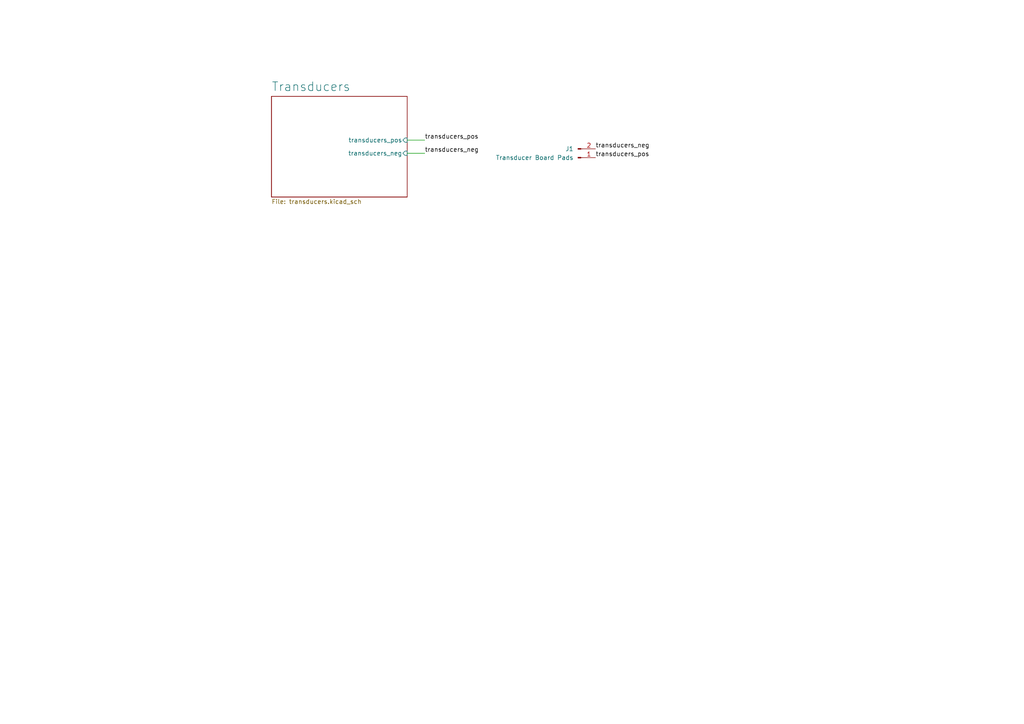
<source format=kicad_sch>
(kicad_sch (version 20231120) (generator "eeschema") (generator_version "8.0")
  (paper "A4")
  (lib_symbols
    (symbol "Connector:Conn_01x02_Pin" (pin_names (offset 1.016) hide)
      (property "Reference" "J" (at 0 2.54 0))
      (property "Value" "Conn_01x02_Pin" (at 0 -5.08 0))
      (symbol "Conn_01x02_Pin_1_1"
        (polyline (pts (xy 1.27 -2.54) (xy 0.8636 -2.54)) (stroke (width 0.1524)))
        (polyline (pts (xy 1.27 0) (xy 0.8636 0)) (stroke (width 0.1524)))
        (rectangle (start 0.8636 -2.413) (end 0 -2.667) (stroke (width 0.1524)) (fill (type outline)))
        (rectangle (start 0.8636 0.127) (end 0 -0.127) (stroke (width 0.1524)) (fill (type outline)))
        (pin passive line (at 5.08 0 180) (length 3.81) (name "Pin_1") (number "1"))
        (pin passive line (at 5.08 -2.54 180) (length 3.81) (name "Pin_2") (number "2"))
      )
    )
  )
  (wire (pts (xy 118.11 40.64) (xy 123.19 40.64)))
  (wire (pts (xy 118.11 44.45) (xy 123.19 44.45)))
  (label "transducers_pos" (at 172.72 45.72 0))
  (label "transducers_neg" (at 172.72 43.18 0))
  (label "transducers_pos" (at 123.19 40.64 0))
  (label "transducers_neg" (at 123.19 44.45 0))
  (symbol (lib_id "Connector:Conn_01x02_Pin") (at 167.64 45.72 0) (mirror x) (unit 1)
    (property "Reference" "J1" (at 166.37 43.1799 0) (effects (justify right)))
    (property "Value" "Transducer Board Pads" (at 166.37 45.7199 0) (effects (justify right)))
    (property "Footprint" "Library:Power_Pads" (effects (hide yes)))
    (property "Description" "Generic connector, single row, 01x02, script generated" (effects (hide yes)))
  )
  (sheet (at 78.74 27.94) (size 39.37 29.21) (stroke (width 0.1524))
    (property "Sheetname" "Transducers" (at 78.74 26.5934 0) (effects (font (size 2.54 2.54)) (justify left bottom)))
    (property "Sheetfile" "transducers.kicad_sch" (at 78.74 57.7346 0) (effects (justify left top)))
    (pin "transducers_neg" input (at 118.11 44.45 0))
    (pin "transducers_pos" input (at 118.11 40.64 0))
  )
)
</source>
